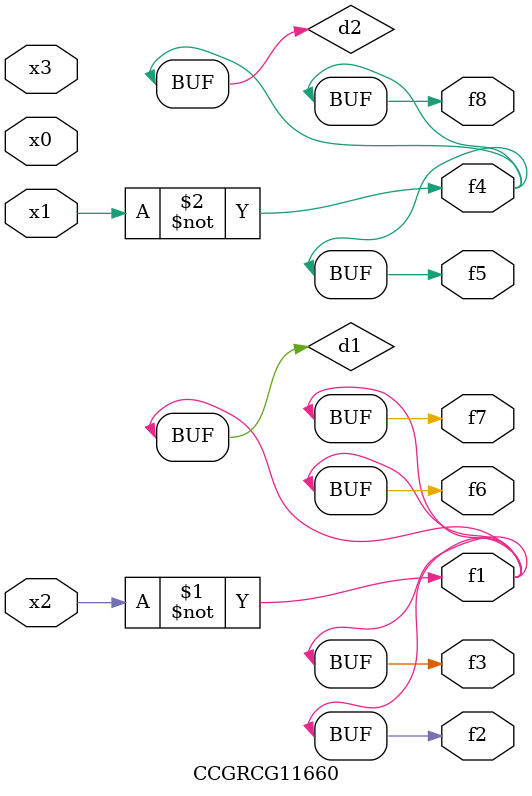
<source format=v>
module CCGRCG11660(
	input x0, x1, x2, x3,
	output f1, f2, f3, f4, f5, f6, f7, f8
);

	wire d1, d2;

	xnor (d1, x2);
	not (d2, x1);
	assign f1 = d1;
	assign f2 = d1;
	assign f3 = d1;
	assign f4 = d2;
	assign f5 = d2;
	assign f6 = d1;
	assign f7 = d1;
	assign f8 = d2;
endmodule

</source>
